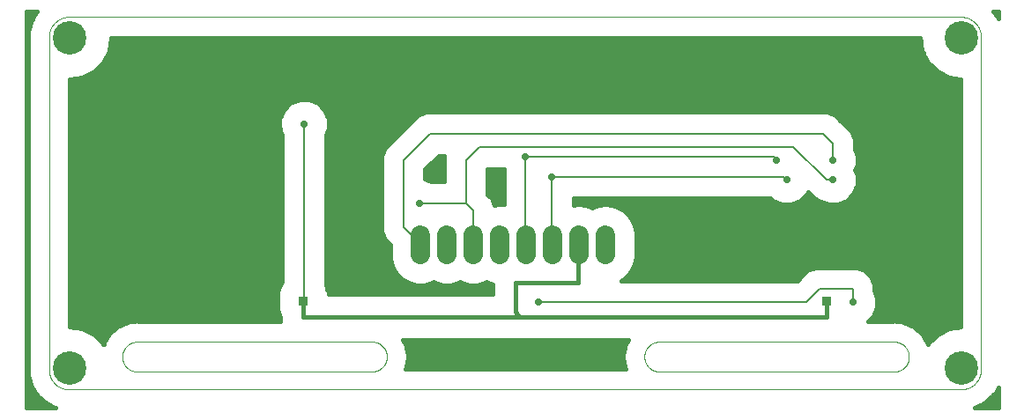
<source format=gtl>
G75*
%MOIN*%
%OFA0B0*%
%FSLAX25Y25*%
%IPPOS*%
%LPD*%
%AMOC8*
5,1,8,0,0,1.08239X$1,22.5*
%
%ADD10C,0.00000*%
%ADD11C,0.12661*%
%ADD12C,0.07400*%
%ADD13R,0.03762X0.03762*%
%ADD14C,0.01600*%
%ADD15C,0.02800*%
%ADD16C,0.00800*%
D10*
X0025300Y0008800D02*
X0362800Y0008800D01*
X0362981Y0008802D01*
X0363162Y0008809D01*
X0363343Y0008820D01*
X0363524Y0008835D01*
X0363704Y0008855D01*
X0363884Y0008879D01*
X0364063Y0008907D01*
X0364241Y0008940D01*
X0364418Y0008977D01*
X0364595Y0009018D01*
X0364770Y0009063D01*
X0364945Y0009113D01*
X0365118Y0009167D01*
X0365289Y0009225D01*
X0365460Y0009287D01*
X0365628Y0009354D01*
X0365795Y0009424D01*
X0365961Y0009498D01*
X0366124Y0009577D01*
X0366285Y0009659D01*
X0366445Y0009745D01*
X0366602Y0009835D01*
X0366757Y0009929D01*
X0366910Y0010026D01*
X0367060Y0010128D01*
X0367208Y0010232D01*
X0367354Y0010341D01*
X0367496Y0010452D01*
X0367636Y0010568D01*
X0367773Y0010686D01*
X0367908Y0010808D01*
X0368039Y0010933D01*
X0368167Y0011061D01*
X0368292Y0011192D01*
X0368414Y0011327D01*
X0368532Y0011464D01*
X0368648Y0011604D01*
X0368759Y0011746D01*
X0368868Y0011892D01*
X0368972Y0012040D01*
X0369074Y0012190D01*
X0369171Y0012343D01*
X0369265Y0012498D01*
X0369355Y0012655D01*
X0369441Y0012815D01*
X0369523Y0012976D01*
X0369602Y0013139D01*
X0369676Y0013305D01*
X0369746Y0013472D01*
X0369813Y0013640D01*
X0369875Y0013811D01*
X0369933Y0013982D01*
X0369987Y0014155D01*
X0370037Y0014330D01*
X0370082Y0014505D01*
X0370123Y0014682D01*
X0370160Y0014859D01*
X0370193Y0015037D01*
X0370221Y0015216D01*
X0370245Y0015396D01*
X0370265Y0015576D01*
X0370280Y0015757D01*
X0370291Y0015938D01*
X0370298Y0016119D01*
X0370300Y0016300D01*
X0370300Y0142300D01*
X0370298Y0142481D01*
X0370291Y0142662D01*
X0370280Y0142843D01*
X0370265Y0143024D01*
X0370245Y0143204D01*
X0370221Y0143384D01*
X0370193Y0143563D01*
X0370160Y0143741D01*
X0370123Y0143918D01*
X0370082Y0144095D01*
X0370037Y0144270D01*
X0369987Y0144445D01*
X0369933Y0144618D01*
X0369875Y0144789D01*
X0369813Y0144960D01*
X0369746Y0145128D01*
X0369676Y0145295D01*
X0369602Y0145461D01*
X0369523Y0145624D01*
X0369441Y0145785D01*
X0369355Y0145945D01*
X0369265Y0146102D01*
X0369171Y0146257D01*
X0369074Y0146410D01*
X0368972Y0146560D01*
X0368868Y0146708D01*
X0368759Y0146854D01*
X0368648Y0146996D01*
X0368532Y0147136D01*
X0368414Y0147273D01*
X0368292Y0147408D01*
X0368167Y0147539D01*
X0368039Y0147667D01*
X0367908Y0147792D01*
X0367773Y0147914D01*
X0367636Y0148032D01*
X0367496Y0148148D01*
X0367354Y0148259D01*
X0367208Y0148368D01*
X0367060Y0148472D01*
X0366910Y0148574D01*
X0366757Y0148671D01*
X0366602Y0148765D01*
X0366445Y0148855D01*
X0366285Y0148941D01*
X0366124Y0149023D01*
X0365961Y0149102D01*
X0365795Y0149176D01*
X0365628Y0149246D01*
X0365460Y0149313D01*
X0365289Y0149375D01*
X0365118Y0149433D01*
X0364945Y0149487D01*
X0364770Y0149537D01*
X0364595Y0149582D01*
X0364418Y0149623D01*
X0364241Y0149660D01*
X0364063Y0149693D01*
X0363884Y0149721D01*
X0363704Y0149745D01*
X0363524Y0149765D01*
X0363343Y0149780D01*
X0363162Y0149791D01*
X0362981Y0149798D01*
X0362800Y0149800D01*
X0025300Y0149800D01*
X0025119Y0149798D01*
X0024938Y0149791D01*
X0024757Y0149780D01*
X0024576Y0149765D01*
X0024396Y0149745D01*
X0024216Y0149721D01*
X0024037Y0149693D01*
X0023859Y0149660D01*
X0023682Y0149623D01*
X0023505Y0149582D01*
X0023330Y0149537D01*
X0023155Y0149487D01*
X0022982Y0149433D01*
X0022811Y0149375D01*
X0022640Y0149313D01*
X0022472Y0149246D01*
X0022305Y0149176D01*
X0022139Y0149102D01*
X0021976Y0149023D01*
X0021815Y0148941D01*
X0021655Y0148855D01*
X0021498Y0148765D01*
X0021343Y0148671D01*
X0021190Y0148574D01*
X0021040Y0148472D01*
X0020892Y0148368D01*
X0020746Y0148259D01*
X0020604Y0148148D01*
X0020464Y0148032D01*
X0020327Y0147914D01*
X0020192Y0147792D01*
X0020061Y0147667D01*
X0019933Y0147539D01*
X0019808Y0147408D01*
X0019686Y0147273D01*
X0019568Y0147136D01*
X0019452Y0146996D01*
X0019341Y0146854D01*
X0019232Y0146708D01*
X0019128Y0146560D01*
X0019026Y0146410D01*
X0018929Y0146257D01*
X0018835Y0146102D01*
X0018745Y0145945D01*
X0018659Y0145785D01*
X0018577Y0145624D01*
X0018498Y0145461D01*
X0018424Y0145295D01*
X0018354Y0145128D01*
X0018287Y0144960D01*
X0018225Y0144789D01*
X0018167Y0144618D01*
X0018113Y0144445D01*
X0018063Y0144270D01*
X0018018Y0144095D01*
X0017977Y0143918D01*
X0017940Y0143741D01*
X0017907Y0143563D01*
X0017879Y0143384D01*
X0017855Y0143204D01*
X0017835Y0143024D01*
X0017820Y0142843D01*
X0017809Y0142662D01*
X0017802Y0142481D01*
X0017800Y0142300D01*
X0017800Y0016300D01*
X0017802Y0016119D01*
X0017809Y0015938D01*
X0017820Y0015757D01*
X0017835Y0015576D01*
X0017855Y0015396D01*
X0017879Y0015216D01*
X0017907Y0015037D01*
X0017940Y0014859D01*
X0017977Y0014682D01*
X0018018Y0014505D01*
X0018063Y0014330D01*
X0018113Y0014155D01*
X0018167Y0013982D01*
X0018225Y0013811D01*
X0018287Y0013640D01*
X0018354Y0013472D01*
X0018424Y0013305D01*
X0018498Y0013139D01*
X0018577Y0012976D01*
X0018659Y0012815D01*
X0018745Y0012655D01*
X0018835Y0012498D01*
X0018929Y0012343D01*
X0019026Y0012190D01*
X0019128Y0012040D01*
X0019232Y0011892D01*
X0019341Y0011746D01*
X0019452Y0011604D01*
X0019568Y0011464D01*
X0019686Y0011327D01*
X0019808Y0011192D01*
X0019933Y0011061D01*
X0020061Y0010933D01*
X0020192Y0010808D01*
X0020327Y0010686D01*
X0020464Y0010568D01*
X0020604Y0010452D01*
X0020746Y0010341D01*
X0020892Y0010232D01*
X0021040Y0010128D01*
X0021190Y0010026D01*
X0021343Y0009929D01*
X0021498Y0009835D01*
X0021655Y0009745D01*
X0021815Y0009659D01*
X0021976Y0009577D01*
X0022139Y0009498D01*
X0022305Y0009424D01*
X0022472Y0009354D01*
X0022640Y0009287D01*
X0022811Y0009225D01*
X0022982Y0009167D01*
X0023155Y0009113D01*
X0023330Y0009063D01*
X0023505Y0009018D01*
X0023682Y0008977D01*
X0023859Y0008940D01*
X0024037Y0008907D01*
X0024216Y0008879D01*
X0024396Y0008855D01*
X0024576Y0008835D01*
X0024757Y0008820D01*
X0024938Y0008809D01*
X0025119Y0008802D01*
X0025300Y0008800D01*
X0050550Y0015550D02*
X0140550Y0015550D01*
X0140698Y0015568D01*
X0140845Y0015590D01*
X0140992Y0015616D01*
X0141137Y0015646D01*
X0141282Y0015680D01*
X0141427Y0015718D01*
X0141570Y0015759D01*
X0141712Y0015804D01*
X0141852Y0015853D01*
X0141991Y0015906D01*
X0142129Y0015962D01*
X0142266Y0016022D01*
X0142401Y0016085D01*
X0142534Y0016152D01*
X0142665Y0016222D01*
X0142794Y0016296D01*
X0142921Y0016373D01*
X0143047Y0016454D01*
X0143170Y0016537D01*
X0143291Y0016624D01*
X0143409Y0016715D01*
X0143525Y0016808D01*
X0143639Y0016904D01*
X0143750Y0017003D01*
X0143859Y0017105D01*
X0143964Y0017210D01*
X0144067Y0017318D01*
X0144167Y0017428D01*
X0144264Y0017541D01*
X0144358Y0017656D01*
X0144449Y0017774D01*
X0144537Y0017894D01*
X0144622Y0018017D01*
X0144703Y0018141D01*
X0144782Y0018268D01*
X0144856Y0018397D01*
X0144928Y0018528D01*
X0144996Y0018660D01*
X0145060Y0018794D01*
X0145121Y0018930D01*
X0145178Y0019068D01*
X0145232Y0019207D01*
X0145282Y0019347D01*
X0145328Y0019489D01*
X0145370Y0019631D01*
X0145409Y0019775D01*
X0145444Y0019920D01*
X0145475Y0020065D01*
X0145502Y0020212D01*
X0145526Y0020359D01*
X0145545Y0020506D01*
X0145561Y0020655D01*
X0145573Y0020803D01*
X0145581Y0020952D01*
X0145585Y0021101D01*
X0145585Y0021249D01*
X0145581Y0021398D01*
X0145573Y0021547D01*
X0145561Y0021695D01*
X0145545Y0021844D01*
X0145526Y0021991D01*
X0145502Y0022138D01*
X0145475Y0022285D01*
X0145444Y0022430D01*
X0145409Y0022575D01*
X0145370Y0022719D01*
X0145328Y0022861D01*
X0145282Y0023003D01*
X0145232Y0023143D01*
X0145178Y0023282D01*
X0145121Y0023420D01*
X0145060Y0023556D01*
X0144996Y0023690D01*
X0144928Y0023822D01*
X0144856Y0023953D01*
X0144782Y0024082D01*
X0144703Y0024209D01*
X0144622Y0024333D01*
X0144537Y0024456D01*
X0144449Y0024576D01*
X0144358Y0024694D01*
X0144264Y0024809D01*
X0144167Y0024922D01*
X0144067Y0025032D01*
X0143964Y0025140D01*
X0143859Y0025245D01*
X0143750Y0025347D01*
X0143639Y0025446D01*
X0143525Y0025542D01*
X0143409Y0025635D01*
X0143291Y0025726D01*
X0143170Y0025813D01*
X0143047Y0025896D01*
X0142921Y0025977D01*
X0142794Y0026054D01*
X0142665Y0026128D01*
X0142534Y0026198D01*
X0142401Y0026265D01*
X0142266Y0026328D01*
X0142129Y0026388D01*
X0141991Y0026444D01*
X0141852Y0026497D01*
X0141712Y0026546D01*
X0141570Y0026591D01*
X0141427Y0026632D01*
X0141282Y0026670D01*
X0141137Y0026704D01*
X0140992Y0026734D01*
X0140845Y0026760D01*
X0140698Y0026782D01*
X0140550Y0026800D01*
X0050550Y0026800D01*
X0050402Y0026782D01*
X0050255Y0026760D01*
X0050108Y0026734D01*
X0049963Y0026704D01*
X0049818Y0026670D01*
X0049673Y0026632D01*
X0049530Y0026591D01*
X0049388Y0026546D01*
X0049248Y0026497D01*
X0049109Y0026444D01*
X0048971Y0026388D01*
X0048834Y0026328D01*
X0048699Y0026265D01*
X0048566Y0026198D01*
X0048435Y0026128D01*
X0048306Y0026054D01*
X0048179Y0025977D01*
X0048053Y0025896D01*
X0047930Y0025813D01*
X0047809Y0025726D01*
X0047691Y0025635D01*
X0047575Y0025542D01*
X0047461Y0025446D01*
X0047350Y0025347D01*
X0047241Y0025245D01*
X0047136Y0025140D01*
X0047033Y0025032D01*
X0046933Y0024922D01*
X0046836Y0024809D01*
X0046742Y0024694D01*
X0046651Y0024576D01*
X0046563Y0024456D01*
X0046478Y0024333D01*
X0046397Y0024209D01*
X0046318Y0024082D01*
X0046244Y0023953D01*
X0046172Y0023822D01*
X0046104Y0023690D01*
X0046040Y0023556D01*
X0045979Y0023420D01*
X0045922Y0023282D01*
X0045868Y0023143D01*
X0045818Y0023003D01*
X0045772Y0022861D01*
X0045730Y0022719D01*
X0045691Y0022575D01*
X0045656Y0022430D01*
X0045625Y0022285D01*
X0045598Y0022138D01*
X0045574Y0021991D01*
X0045555Y0021844D01*
X0045539Y0021695D01*
X0045527Y0021547D01*
X0045519Y0021398D01*
X0045515Y0021249D01*
X0045515Y0021101D01*
X0045519Y0020952D01*
X0045527Y0020803D01*
X0045539Y0020655D01*
X0045555Y0020506D01*
X0045574Y0020359D01*
X0045598Y0020212D01*
X0045625Y0020065D01*
X0045656Y0019920D01*
X0045691Y0019775D01*
X0045730Y0019631D01*
X0045772Y0019489D01*
X0045818Y0019347D01*
X0045868Y0019207D01*
X0045922Y0019068D01*
X0045979Y0018930D01*
X0046040Y0018794D01*
X0046104Y0018660D01*
X0046172Y0018528D01*
X0046244Y0018397D01*
X0046318Y0018268D01*
X0046397Y0018141D01*
X0046478Y0018017D01*
X0046563Y0017894D01*
X0046651Y0017774D01*
X0046742Y0017656D01*
X0046836Y0017541D01*
X0046933Y0017428D01*
X0047033Y0017318D01*
X0047136Y0017210D01*
X0047241Y0017105D01*
X0047350Y0017003D01*
X0047461Y0016904D01*
X0047575Y0016808D01*
X0047691Y0016715D01*
X0047809Y0016624D01*
X0047930Y0016537D01*
X0048053Y0016454D01*
X0048179Y0016373D01*
X0048306Y0016296D01*
X0048435Y0016222D01*
X0048566Y0016152D01*
X0048699Y0016085D01*
X0048834Y0016022D01*
X0048971Y0015962D01*
X0049109Y0015906D01*
X0049248Y0015853D01*
X0049388Y0015804D01*
X0049530Y0015759D01*
X0049673Y0015718D01*
X0049818Y0015680D01*
X0049963Y0015646D01*
X0050108Y0015616D01*
X0050255Y0015590D01*
X0050402Y0015568D01*
X0050550Y0015550D01*
X0248050Y0015550D02*
X0338050Y0015550D01*
X0338198Y0015568D01*
X0338345Y0015590D01*
X0338492Y0015616D01*
X0338637Y0015646D01*
X0338782Y0015680D01*
X0338927Y0015718D01*
X0339070Y0015759D01*
X0339212Y0015804D01*
X0339352Y0015853D01*
X0339491Y0015906D01*
X0339629Y0015962D01*
X0339766Y0016022D01*
X0339901Y0016085D01*
X0340034Y0016152D01*
X0340165Y0016222D01*
X0340294Y0016296D01*
X0340421Y0016373D01*
X0340547Y0016454D01*
X0340670Y0016537D01*
X0340791Y0016624D01*
X0340909Y0016715D01*
X0341025Y0016808D01*
X0341139Y0016904D01*
X0341250Y0017003D01*
X0341359Y0017105D01*
X0341464Y0017210D01*
X0341567Y0017318D01*
X0341667Y0017428D01*
X0341764Y0017541D01*
X0341858Y0017656D01*
X0341949Y0017774D01*
X0342037Y0017894D01*
X0342122Y0018017D01*
X0342203Y0018141D01*
X0342282Y0018268D01*
X0342356Y0018397D01*
X0342428Y0018528D01*
X0342496Y0018660D01*
X0342560Y0018794D01*
X0342621Y0018930D01*
X0342678Y0019068D01*
X0342732Y0019207D01*
X0342782Y0019347D01*
X0342828Y0019489D01*
X0342870Y0019631D01*
X0342909Y0019775D01*
X0342944Y0019920D01*
X0342975Y0020065D01*
X0343002Y0020212D01*
X0343026Y0020359D01*
X0343045Y0020506D01*
X0343061Y0020655D01*
X0343073Y0020803D01*
X0343081Y0020952D01*
X0343085Y0021101D01*
X0343085Y0021249D01*
X0343081Y0021398D01*
X0343073Y0021547D01*
X0343061Y0021695D01*
X0343045Y0021844D01*
X0343026Y0021991D01*
X0343002Y0022138D01*
X0342975Y0022285D01*
X0342944Y0022430D01*
X0342909Y0022575D01*
X0342870Y0022719D01*
X0342828Y0022861D01*
X0342782Y0023003D01*
X0342732Y0023143D01*
X0342678Y0023282D01*
X0342621Y0023420D01*
X0342560Y0023556D01*
X0342496Y0023690D01*
X0342428Y0023822D01*
X0342356Y0023953D01*
X0342282Y0024082D01*
X0342203Y0024209D01*
X0342122Y0024333D01*
X0342037Y0024456D01*
X0341949Y0024576D01*
X0341858Y0024694D01*
X0341764Y0024809D01*
X0341667Y0024922D01*
X0341567Y0025032D01*
X0341464Y0025140D01*
X0341359Y0025245D01*
X0341250Y0025347D01*
X0341139Y0025446D01*
X0341025Y0025542D01*
X0340909Y0025635D01*
X0340791Y0025726D01*
X0340670Y0025813D01*
X0340547Y0025896D01*
X0340421Y0025977D01*
X0340294Y0026054D01*
X0340165Y0026128D01*
X0340034Y0026198D01*
X0339901Y0026265D01*
X0339766Y0026328D01*
X0339629Y0026388D01*
X0339491Y0026444D01*
X0339352Y0026497D01*
X0339212Y0026546D01*
X0339070Y0026591D01*
X0338927Y0026632D01*
X0338782Y0026670D01*
X0338637Y0026704D01*
X0338492Y0026734D01*
X0338345Y0026760D01*
X0338198Y0026782D01*
X0338050Y0026800D01*
X0248050Y0026800D01*
X0247902Y0026782D01*
X0247755Y0026760D01*
X0247608Y0026734D01*
X0247463Y0026704D01*
X0247318Y0026670D01*
X0247173Y0026632D01*
X0247030Y0026591D01*
X0246888Y0026546D01*
X0246748Y0026497D01*
X0246609Y0026444D01*
X0246471Y0026388D01*
X0246334Y0026328D01*
X0246199Y0026265D01*
X0246066Y0026198D01*
X0245935Y0026128D01*
X0245806Y0026054D01*
X0245679Y0025977D01*
X0245553Y0025896D01*
X0245430Y0025813D01*
X0245309Y0025726D01*
X0245191Y0025635D01*
X0245075Y0025542D01*
X0244961Y0025446D01*
X0244850Y0025347D01*
X0244741Y0025245D01*
X0244636Y0025140D01*
X0244533Y0025032D01*
X0244433Y0024922D01*
X0244336Y0024809D01*
X0244242Y0024694D01*
X0244151Y0024576D01*
X0244063Y0024456D01*
X0243978Y0024333D01*
X0243897Y0024209D01*
X0243818Y0024082D01*
X0243744Y0023953D01*
X0243672Y0023822D01*
X0243604Y0023690D01*
X0243540Y0023556D01*
X0243479Y0023420D01*
X0243422Y0023282D01*
X0243368Y0023143D01*
X0243318Y0023003D01*
X0243272Y0022861D01*
X0243230Y0022719D01*
X0243191Y0022575D01*
X0243156Y0022430D01*
X0243125Y0022285D01*
X0243098Y0022138D01*
X0243074Y0021991D01*
X0243055Y0021844D01*
X0243039Y0021695D01*
X0243027Y0021547D01*
X0243019Y0021398D01*
X0243015Y0021249D01*
X0243015Y0021101D01*
X0243019Y0020952D01*
X0243027Y0020803D01*
X0243039Y0020655D01*
X0243055Y0020506D01*
X0243074Y0020359D01*
X0243098Y0020212D01*
X0243125Y0020065D01*
X0243156Y0019920D01*
X0243191Y0019775D01*
X0243230Y0019631D01*
X0243272Y0019489D01*
X0243318Y0019347D01*
X0243368Y0019207D01*
X0243422Y0019068D01*
X0243479Y0018930D01*
X0243540Y0018794D01*
X0243604Y0018660D01*
X0243672Y0018528D01*
X0243744Y0018397D01*
X0243818Y0018268D01*
X0243897Y0018141D01*
X0243978Y0018017D01*
X0244063Y0017894D01*
X0244151Y0017774D01*
X0244242Y0017656D01*
X0244336Y0017541D01*
X0244433Y0017428D01*
X0244533Y0017318D01*
X0244636Y0017210D01*
X0244741Y0017105D01*
X0244850Y0017003D01*
X0244961Y0016904D01*
X0245075Y0016808D01*
X0245191Y0016715D01*
X0245309Y0016624D01*
X0245430Y0016537D01*
X0245553Y0016454D01*
X0245679Y0016373D01*
X0245806Y0016296D01*
X0245935Y0016222D01*
X0246066Y0016152D01*
X0246199Y0016085D01*
X0246334Y0016022D01*
X0246471Y0015962D01*
X0246609Y0015906D01*
X0246748Y0015853D01*
X0246888Y0015804D01*
X0247030Y0015759D01*
X0247173Y0015718D01*
X0247318Y0015680D01*
X0247463Y0015646D01*
X0247608Y0015616D01*
X0247755Y0015590D01*
X0247902Y0015568D01*
X0248050Y0015550D01*
D11*
X0363050Y0016800D03*
X0363050Y0141800D03*
X0025550Y0141800D03*
X0025550Y0016800D03*
D12*
X0158300Y0059850D02*
X0158300Y0067250D01*
X0168300Y0067250D02*
X0168300Y0059850D01*
X0178300Y0059850D02*
X0178300Y0067250D01*
X0188300Y0067250D02*
X0188300Y0059850D01*
X0198300Y0059850D02*
X0198300Y0067250D01*
X0208300Y0067250D02*
X0208300Y0059850D01*
X0218300Y0059850D02*
X0218300Y0067250D01*
X0228300Y0067250D02*
X0228300Y0059850D01*
D13*
X0311800Y0042300D03*
X0113800Y0042300D03*
D14*
X0009300Y0001800D02*
X0009300Y0151800D01*
X0013163Y0151800D01*
X0013057Y0151694D01*
X0011043Y0148206D01*
X0011043Y0148206D01*
X0010680Y0146854D01*
X0010583Y0146663D01*
X0010517Y0146242D01*
X0010000Y0144314D01*
X0010000Y0142981D01*
X0009813Y0141800D01*
X0010000Y0140619D01*
X0010000Y0017981D01*
X0009813Y0016800D01*
X0010000Y0015619D01*
X0010000Y0014748D01*
X0010000Y0014286D01*
X0010517Y0012358D01*
X0010583Y0011937D01*
X0010680Y0011746D01*
X0011043Y0010394D01*
X0013057Y0006906D01*
X0013057Y0006906D01*
X0015906Y0004057D01*
X0019394Y0002043D01*
X0019394Y0002043D01*
X0020300Y0001800D01*
X0009300Y0001800D01*
X0009300Y0001948D02*
X0019746Y0001948D01*
X0016789Y0003547D02*
X0009300Y0003547D01*
X0009300Y0005145D02*
X0014817Y0005145D01*
X0015906Y0004057D02*
X0015906Y0004057D01*
X0015906Y0004057D01*
X0013219Y0006744D02*
X0009300Y0006744D01*
X0009300Y0008342D02*
X0012227Y0008342D01*
X0011304Y0009941D02*
X0009300Y0009941D01*
X0009300Y0011539D02*
X0010736Y0011539D01*
X0010308Y0013138D02*
X0009300Y0013138D01*
X0009300Y0014737D02*
X0010000Y0014737D01*
X0009887Y0016335D02*
X0009300Y0016335D01*
X0009300Y0017934D02*
X0009993Y0017934D01*
X0010000Y0019532D02*
X0009300Y0019532D01*
X0009300Y0021131D02*
X0010000Y0021131D01*
X0010000Y0022729D02*
X0009300Y0022729D01*
X0009300Y0024328D02*
X0010000Y0024328D01*
X0010000Y0025926D02*
X0009300Y0025926D01*
X0009300Y0027525D02*
X0010000Y0027525D01*
X0010000Y0029123D02*
X0009300Y0029123D01*
X0009300Y0030722D02*
X0010000Y0030722D01*
X0010000Y0032320D02*
X0009300Y0032320D01*
X0009300Y0033919D02*
X0010000Y0033919D01*
X0010000Y0035517D02*
X0009300Y0035517D01*
X0009300Y0037116D02*
X0010000Y0037116D01*
X0010000Y0038714D02*
X0009300Y0038714D01*
X0009300Y0040313D02*
X0010000Y0040313D01*
X0010000Y0041911D02*
X0009300Y0041911D01*
X0009300Y0043510D02*
X0010000Y0043510D01*
X0010000Y0045108D02*
X0009300Y0045108D01*
X0009300Y0046707D02*
X0010000Y0046707D01*
X0010000Y0048305D02*
X0009300Y0048305D01*
X0009300Y0049904D02*
X0010000Y0049904D01*
X0010000Y0051502D02*
X0009300Y0051502D01*
X0009300Y0053101D02*
X0010000Y0053101D01*
X0010000Y0054699D02*
X0009300Y0054699D01*
X0009300Y0056298D02*
X0010000Y0056298D01*
X0010000Y0057896D02*
X0009300Y0057896D01*
X0009300Y0059495D02*
X0010000Y0059495D01*
X0010000Y0061093D02*
X0009300Y0061093D01*
X0009300Y0062692D02*
X0010000Y0062692D01*
X0010000Y0064290D02*
X0009300Y0064290D01*
X0009300Y0065889D02*
X0010000Y0065889D01*
X0010000Y0067487D02*
X0009300Y0067487D01*
X0009300Y0069086D02*
X0010000Y0069086D01*
X0010000Y0070684D02*
X0009300Y0070684D01*
X0009300Y0072283D02*
X0010000Y0072283D01*
X0010000Y0073881D02*
X0009300Y0073881D01*
X0009300Y0075480D02*
X0010000Y0075480D01*
X0010000Y0077078D02*
X0009300Y0077078D01*
X0009300Y0078677D02*
X0010000Y0078677D01*
X0010000Y0080275D02*
X0009300Y0080275D01*
X0009300Y0081874D02*
X0010000Y0081874D01*
X0010000Y0083472D02*
X0009300Y0083472D01*
X0009300Y0085071D02*
X0010000Y0085071D01*
X0010000Y0086670D02*
X0009300Y0086670D01*
X0009300Y0088268D02*
X0010000Y0088268D01*
X0010000Y0089867D02*
X0009300Y0089867D01*
X0009300Y0091465D02*
X0010000Y0091465D01*
X0010000Y0093064D02*
X0009300Y0093064D01*
X0009300Y0094662D02*
X0010000Y0094662D01*
X0010000Y0096261D02*
X0009300Y0096261D01*
X0009300Y0097859D02*
X0010000Y0097859D01*
X0010000Y0099458D02*
X0009300Y0099458D01*
X0009300Y0101056D02*
X0010000Y0101056D01*
X0010000Y0102655D02*
X0009300Y0102655D01*
X0009300Y0104253D02*
X0010000Y0104253D01*
X0010000Y0105852D02*
X0009300Y0105852D01*
X0009300Y0107450D02*
X0010000Y0107450D01*
X0010000Y0109049D02*
X0009300Y0109049D01*
X0009300Y0110647D02*
X0010000Y0110647D01*
X0010000Y0112246D02*
X0009300Y0112246D01*
X0009300Y0113844D02*
X0010000Y0113844D01*
X0010000Y0115443D02*
X0009300Y0115443D01*
X0009300Y0117041D02*
X0010000Y0117041D01*
X0010000Y0118640D02*
X0009300Y0118640D01*
X0009300Y0120238D02*
X0010000Y0120238D01*
X0010000Y0121837D02*
X0009300Y0121837D01*
X0009300Y0123435D02*
X0010000Y0123435D01*
X0010000Y0125034D02*
X0009300Y0125034D01*
X0009300Y0126632D02*
X0010000Y0126632D01*
X0010000Y0128231D02*
X0009300Y0128231D01*
X0009300Y0129829D02*
X0010000Y0129829D01*
X0010000Y0131428D02*
X0009300Y0131428D01*
X0009300Y0133026D02*
X0010000Y0133026D01*
X0010000Y0134625D02*
X0009300Y0134625D01*
X0009300Y0136223D02*
X0010000Y0136223D01*
X0010000Y0137822D02*
X0009300Y0137822D01*
X0009300Y0139420D02*
X0010000Y0139420D01*
X0009937Y0141019D02*
X0009300Y0141019D01*
X0009300Y0142617D02*
X0009942Y0142617D01*
X0010000Y0144216D02*
X0009300Y0144216D01*
X0009300Y0145814D02*
X0010402Y0145814D01*
X0010830Y0147413D02*
X0009300Y0147413D01*
X0009300Y0149011D02*
X0011508Y0149011D01*
X0012431Y0150610D02*
X0009300Y0150610D01*
X0013057Y0151694D02*
X0013057Y0151694D01*
X0041255Y0142000D02*
X0347345Y0142000D01*
X0347313Y0141800D01*
X0348083Y0136937D01*
X0350318Y0132550D01*
X0353800Y0129068D01*
X0358187Y0126833D01*
X0362500Y0126150D01*
X0362500Y0032450D01*
X0358187Y0031767D01*
X0353800Y0029531D01*
X0350318Y0026050D01*
X0350198Y0025814D01*
X0348291Y0029418D01*
X0345096Y0032452D01*
X0341101Y0034309D01*
X0340012Y0034430D01*
X0339602Y0034600D01*
X0338482Y0034600D01*
X0337369Y0034724D01*
X0336943Y0034600D01*
X0327611Y0034600D01*
X0329599Y0036589D01*
X0331000Y0039970D01*
X0331000Y0043630D01*
X0330000Y0046044D01*
X0330000Y0048431D01*
X0328752Y0051445D01*
X0326445Y0053752D01*
X0323431Y0055000D01*
X0307669Y0055000D01*
X0304655Y0053752D01*
X0302348Y0051445D01*
X0300903Y0050000D01*
X0234239Y0050000D01*
X0235361Y0050648D01*
X0237502Y0052789D01*
X0239016Y0055411D01*
X0239800Y0058336D01*
X0239800Y0068764D01*
X0239016Y0071689D01*
X0237502Y0074311D01*
X0235361Y0076452D01*
X0232739Y0077966D01*
X0229814Y0078750D01*
X0226786Y0078750D01*
X0223861Y0077966D01*
X0223300Y0077642D01*
X0222739Y0077966D01*
X0219814Y0078750D01*
X0216786Y0078750D01*
X0216250Y0078606D01*
X0216250Y0081100D01*
X0290739Y0081100D01*
X0291589Y0080251D01*
X0294970Y0078850D01*
X0298630Y0078850D01*
X0302011Y0080251D01*
X0304599Y0082839D01*
X0304838Y0083415D01*
X0307155Y0081098D01*
X0309009Y0080331D01*
X0309089Y0080251D01*
X0312470Y0078850D01*
X0316130Y0078850D01*
X0319511Y0080251D01*
X0322099Y0082839D01*
X0323500Y0086220D01*
X0323500Y0089880D01*
X0322705Y0091800D01*
X0323500Y0093720D01*
X0323500Y0097380D01*
X0322500Y0099794D01*
X0322500Y0103431D01*
X0321252Y0106445D01*
X0317502Y0110195D01*
X0315195Y0112502D01*
X0312181Y0113750D01*
X0160169Y0113750D01*
X0157155Y0112502D01*
X0147155Y0102502D01*
X0144848Y0100195D01*
X0143600Y0097181D01*
X0143600Y0068419D01*
X0144848Y0065405D01*
X0146800Y0063453D01*
X0146800Y0058336D01*
X0147584Y0055411D01*
X0149098Y0052789D01*
X0151239Y0050648D01*
X0153861Y0049134D01*
X0156786Y0048350D01*
X0159814Y0048350D01*
X0162739Y0049134D01*
X0163300Y0049458D01*
X0163861Y0049134D01*
X0166786Y0048350D01*
X0169814Y0048350D01*
X0172739Y0049134D01*
X0173300Y0049458D01*
X0173861Y0049134D01*
X0176786Y0048350D01*
X0179814Y0048350D01*
X0182739Y0049134D01*
X0183300Y0049458D01*
X0183861Y0049134D01*
X0185700Y0048641D01*
X0185700Y0044900D01*
X0123481Y0044900D01*
X0123481Y0045733D01*
X0122500Y0048101D01*
X0122500Y0105056D01*
X0123500Y0107470D01*
X0123500Y0111130D01*
X0122099Y0114511D01*
X0119511Y0117099D01*
X0116130Y0118500D01*
X0112470Y0118500D01*
X0109089Y0117099D01*
X0106501Y0114511D01*
X0105100Y0111130D01*
X0105100Y0107470D01*
X0106100Y0105056D01*
X0106100Y0049393D01*
X0105306Y0048599D01*
X0104119Y0045733D01*
X0104119Y0038867D01*
X0105200Y0036257D01*
X0105200Y0034600D01*
X0051657Y0034600D01*
X0051231Y0034724D01*
X0050118Y0034600D01*
X0048998Y0034600D01*
X0048588Y0034430D01*
X0047499Y0034309D01*
X0043504Y0032452D01*
X0040309Y0029418D01*
X0040309Y0029418D01*
X0038402Y0025814D01*
X0038281Y0026050D01*
X0034800Y0029531D01*
X0030413Y0031767D01*
X0025600Y0032529D01*
X0025600Y0126071D01*
X0030413Y0126833D01*
X0034800Y0129068D01*
X0038281Y0132550D01*
X0040517Y0136937D01*
X0041287Y0141800D01*
X0041255Y0142000D01*
X0041163Y0141019D02*
X0347437Y0141019D01*
X0347690Y0139420D02*
X0040910Y0139420D01*
X0040657Y0137822D02*
X0347943Y0137822D01*
X0348447Y0136223D02*
X0040153Y0136223D01*
X0039339Y0134625D02*
X0349261Y0134625D01*
X0350076Y0133026D02*
X0038524Y0133026D01*
X0037159Y0131428D02*
X0351441Y0131428D01*
X0353039Y0129829D02*
X0035561Y0129829D01*
X0033156Y0128231D02*
X0355444Y0128231D01*
X0359456Y0126632D02*
X0029144Y0126632D01*
X0025600Y0125034D02*
X0362500Y0125034D01*
X0362500Y0123435D02*
X0025600Y0123435D01*
X0025600Y0121837D02*
X0362500Y0121837D01*
X0362500Y0120238D02*
X0025600Y0120238D01*
X0025600Y0118640D02*
X0362500Y0118640D01*
X0362500Y0117041D02*
X0119570Y0117041D01*
X0121168Y0115443D02*
X0362500Y0115443D01*
X0362500Y0113844D02*
X0122376Y0113844D01*
X0123038Y0112246D02*
X0156899Y0112246D01*
X0155301Y0110647D02*
X0123500Y0110647D01*
X0123500Y0109049D02*
X0153702Y0109049D01*
X0152104Y0107450D02*
X0123492Y0107450D01*
X0122830Y0105852D02*
X0150505Y0105852D01*
X0148907Y0104253D02*
X0122500Y0104253D01*
X0122500Y0102655D02*
X0147308Y0102655D01*
X0145710Y0101056D02*
X0122500Y0101056D01*
X0122500Y0099458D02*
X0144543Y0099458D01*
X0143881Y0097859D02*
X0122500Y0097859D01*
X0122500Y0096261D02*
X0143600Y0096261D01*
X0143600Y0094662D02*
X0122500Y0094662D01*
X0122500Y0093064D02*
X0143600Y0093064D01*
X0143600Y0091465D02*
X0122500Y0091465D01*
X0122500Y0089867D02*
X0143600Y0089867D01*
X0143600Y0088268D02*
X0122500Y0088268D01*
X0122500Y0086670D02*
X0143600Y0086670D01*
X0143600Y0085071D02*
X0122500Y0085071D01*
X0122500Y0083472D02*
X0143600Y0083472D01*
X0143600Y0081874D02*
X0122500Y0081874D01*
X0122500Y0080275D02*
X0143600Y0080275D01*
X0143600Y0078677D02*
X0122500Y0078677D01*
X0122500Y0077078D02*
X0143600Y0077078D01*
X0143600Y0075480D02*
X0122500Y0075480D01*
X0122500Y0073881D02*
X0143600Y0073881D01*
X0143600Y0072283D02*
X0122500Y0072283D01*
X0122500Y0070684D02*
X0143600Y0070684D01*
X0143600Y0069086D02*
X0122500Y0069086D01*
X0122500Y0067487D02*
X0143986Y0067487D01*
X0144648Y0065889D02*
X0122500Y0065889D01*
X0122500Y0064290D02*
X0145963Y0064290D01*
X0146800Y0062692D02*
X0122500Y0062692D01*
X0122500Y0061093D02*
X0146800Y0061093D01*
X0146800Y0059495D02*
X0122500Y0059495D01*
X0122500Y0057896D02*
X0146918Y0057896D01*
X0147346Y0056298D02*
X0122500Y0056298D01*
X0122500Y0054699D02*
X0147995Y0054699D01*
X0148918Y0053101D02*
X0122500Y0053101D01*
X0122500Y0051502D02*
X0150384Y0051502D01*
X0152527Y0049904D02*
X0122500Y0049904D01*
X0122500Y0048305D02*
X0185700Y0048305D01*
X0185700Y0046707D02*
X0123078Y0046707D01*
X0123481Y0045108D02*
X0185700Y0045108D01*
X0194300Y0049300D02*
X0194300Y0038050D01*
X0195550Y0036300D01*
X0311800Y0036300D01*
X0311800Y0042300D01*
X0328528Y0035517D02*
X0362500Y0035517D01*
X0362500Y0033919D02*
X0341941Y0033919D01*
X0345096Y0032452D02*
X0345096Y0032452D01*
X0345235Y0032320D02*
X0361681Y0032320D01*
X0356136Y0030722D02*
X0346918Y0030722D01*
X0348447Y0029123D02*
X0353392Y0029123D01*
X0351793Y0027525D02*
X0349293Y0027525D01*
X0350139Y0025926D02*
X0350255Y0025926D01*
X0362500Y0037116D02*
X0329818Y0037116D01*
X0330480Y0038714D02*
X0362500Y0038714D01*
X0362500Y0040313D02*
X0331000Y0040313D01*
X0331000Y0041911D02*
X0362500Y0041911D01*
X0362500Y0043510D02*
X0331000Y0043510D01*
X0330388Y0045108D02*
X0362500Y0045108D01*
X0362500Y0046707D02*
X0330000Y0046707D01*
X0330000Y0048305D02*
X0362500Y0048305D01*
X0362500Y0049904D02*
X0329390Y0049904D01*
X0328694Y0051502D02*
X0362500Y0051502D01*
X0362500Y0053101D02*
X0327096Y0053101D01*
X0324157Y0054699D02*
X0362500Y0054699D01*
X0362500Y0056298D02*
X0239254Y0056298D01*
X0239682Y0057896D02*
X0362500Y0057896D01*
X0362500Y0059495D02*
X0239800Y0059495D01*
X0239800Y0061093D02*
X0362500Y0061093D01*
X0362500Y0062692D02*
X0239800Y0062692D01*
X0239800Y0064290D02*
X0362500Y0064290D01*
X0362500Y0065889D02*
X0239800Y0065889D01*
X0239800Y0067487D02*
X0362500Y0067487D01*
X0362500Y0069086D02*
X0239714Y0069086D01*
X0239285Y0070684D02*
X0362500Y0070684D01*
X0362500Y0072283D02*
X0238673Y0072283D01*
X0237750Y0073881D02*
X0362500Y0073881D01*
X0362500Y0075480D02*
X0236334Y0075480D01*
X0234277Y0077078D02*
X0362500Y0077078D01*
X0362500Y0078677D02*
X0230087Y0078677D01*
X0226513Y0078677D02*
X0220087Y0078677D01*
X0216513Y0078677D02*
X0216250Y0078677D01*
X0216250Y0080275D02*
X0291564Y0080275D01*
X0302036Y0080275D02*
X0309064Y0080275D01*
X0306379Y0081874D02*
X0303635Y0081874D01*
X0319536Y0080275D02*
X0362500Y0080275D01*
X0362500Y0081874D02*
X0321135Y0081874D01*
X0322362Y0083472D02*
X0362500Y0083472D01*
X0362500Y0085071D02*
X0323024Y0085071D01*
X0323500Y0086670D02*
X0362500Y0086670D01*
X0362500Y0088268D02*
X0323500Y0088268D01*
X0323500Y0089867D02*
X0362500Y0089867D01*
X0362500Y0091465D02*
X0322843Y0091465D01*
X0323228Y0093064D02*
X0362500Y0093064D01*
X0362500Y0094662D02*
X0323500Y0094662D01*
X0323500Y0096261D02*
X0362500Y0096261D01*
X0362500Y0097859D02*
X0323302Y0097859D01*
X0322639Y0099458D02*
X0362500Y0099458D01*
X0362500Y0101056D02*
X0322500Y0101056D01*
X0322500Y0102655D02*
X0362500Y0102655D01*
X0362500Y0104253D02*
X0322159Y0104253D01*
X0321497Y0105852D02*
X0362500Y0105852D01*
X0362500Y0107450D02*
X0320246Y0107450D01*
X0318648Y0109049D02*
X0362500Y0109049D01*
X0362500Y0110647D02*
X0317049Y0110647D01*
X0317502Y0110195D02*
X0317502Y0110195D01*
X0315451Y0112246D02*
X0362500Y0112246D01*
X0376800Y0149051D02*
X0375781Y0151050D01*
X0375031Y0151800D01*
X0376800Y0151800D01*
X0376800Y0149051D01*
X0376800Y0150610D02*
X0376006Y0150610D01*
X0189850Y0092350D02*
X0189850Y0078740D01*
X0189814Y0078750D01*
X0186786Y0078750D01*
X0186316Y0078624D01*
X0185252Y0081195D01*
X0183750Y0082697D01*
X0183750Y0092153D01*
X0183947Y0092350D01*
X0189850Y0092350D01*
X0189850Y0091465D02*
X0183750Y0091465D01*
X0183750Y0089867D02*
X0189850Y0089867D01*
X0189850Y0088268D02*
X0183750Y0088268D01*
X0183750Y0086670D02*
X0189850Y0086670D01*
X0189850Y0085071D02*
X0183750Y0085071D01*
X0183750Y0083472D02*
X0189850Y0083472D01*
X0189850Y0081874D02*
X0184573Y0081874D01*
X0185632Y0080275D02*
X0189850Y0080275D01*
X0186513Y0078677D02*
X0186295Y0078677D01*
X0167350Y0087500D02*
X0162294Y0087500D01*
X0160000Y0088450D01*
X0160000Y0092153D01*
X0165197Y0097350D01*
X0167420Y0097350D01*
X0167350Y0097181D01*
X0167350Y0087500D01*
X0167350Y0088268D02*
X0160440Y0088268D01*
X0160000Y0089867D02*
X0167350Y0089867D01*
X0167350Y0091465D02*
X0160000Y0091465D01*
X0160910Y0093064D02*
X0167350Y0093064D01*
X0167350Y0094662D02*
X0162509Y0094662D01*
X0164107Y0096261D02*
X0167350Y0096261D01*
X0109030Y0117041D02*
X0025600Y0117041D01*
X0025600Y0115443D02*
X0107432Y0115443D01*
X0106224Y0113844D02*
X0025600Y0113844D01*
X0025600Y0112246D02*
X0105562Y0112246D01*
X0105100Y0110647D02*
X0025600Y0110647D01*
X0025600Y0109049D02*
X0105100Y0109049D01*
X0105108Y0107450D02*
X0025600Y0107450D01*
X0025600Y0105852D02*
X0105770Y0105852D01*
X0106100Y0104253D02*
X0025600Y0104253D01*
X0025600Y0102655D02*
X0106100Y0102655D01*
X0106100Y0101056D02*
X0025600Y0101056D01*
X0025600Y0099458D02*
X0106100Y0099458D01*
X0106100Y0097859D02*
X0025600Y0097859D01*
X0025600Y0096261D02*
X0106100Y0096261D01*
X0106100Y0094662D02*
X0025600Y0094662D01*
X0025600Y0093064D02*
X0106100Y0093064D01*
X0106100Y0091465D02*
X0025600Y0091465D01*
X0025600Y0089867D02*
X0106100Y0089867D01*
X0106100Y0088268D02*
X0025600Y0088268D01*
X0025600Y0086670D02*
X0106100Y0086670D01*
X0106100Y0085071D02*
X0025600Y0085071D01*
X0025600Y0083472D02*
X0106100Y0083472D01*
X0106100Y0081874D02*
X0025600Y0081874D01*
X0025600Y0080275D02*
X0106100Y0080275D01*
X0106100Y0078677D02*
X0025600Y0078677D01*
X0025600Y0077078D02*
X0106100Y0077078D01*
X0106100Y0075480D02*
X0025600Y0075480D01*
X0025600Y0073881D02*
X0106100Y0073881D01*
X0106100Y0072283D02*
X0025600Y0072283D01*
X0025600Y0070684D02*
X0106100Y0070684D01*
X0106100Y0069086D02*
X0025600Y0069086D01*
X0025600Y0067487D02*
X0106100Y0067487D01*
X0106100Y0065889D02*
X0025600Y0065889D01*
X0025600Y0064290D02*
X0106100Y0064290D01*
X0106100Y0062692D02*
X0025600Y0062692D01*
X0025600Y0061093D02*
X0106100Y0061093D01*
X0106100Y0059495D02*
X0025600Y0059495D01*
X0025600Y0057896D02*
X0106100Y0057896D01*
X0106100Y0056298D02*
X0025600Y0056298D01*
X0025600Y0054699D02*
X0106100Y0054699D01*
X0106100Y0053101D02*
X0025600Y0053101D01*
X0025600Y0051502D02*
X0106100Y0051502D01*
X0106100Y0049904D02*
X0025600Y0049904D01*
X0025600Y0048305D02*
X0105185Y0048305D01*
X0104522Y0046707D02*
X0025600Y0046707D01*
X0025600Y0045108D02*
X0104119Y0045108D01*
X0104119Y0043510D02*
X0025600Y0043510D01*
X0025600Y0041911D02*
X0104119Y0041911D01*
X0104119Y0040313D02*
X0025600Y0040313D01*
X0025600Y0038714D02*
X0104182Y0038714D01*
X0104844Y0037116D02*
X0025600Y0037116D01*
X0025600Y0035517D02*
X0105200Y0035517D01*
X0113800Y0036300D02*
X0195550Y0036300D01*
X0194838Y0027700D02*
X0195824Y0027536D01*
X0196533Y0027700D01*
X0236900Y0027700D01*
X0235748Y0025523D01*
X0235036Y0021175D01*
X0235748Y0016827D01*
X0235748Y0016827D01*
X0235868Y0016600D01*
X0152732Y0016600D01*
X0152852Y0016827D01*
X0153564Y0021175D01*
X0152852Y0025523D01*
X0152852Y0025523D01*
X0151700Y0027700D01*
X0194838Y0027700D01*
X0235044Y0021131D02*
X0153556Y0021131D01*
X0153564Y0021175D02*
X0153564Y0021175D01*
X0153309Y0022729D02*
X0235291Y0022729D01*
X0235036Y0021175D02*
X0235036Y0021175D01*
X0235305Y0019532D02*
X0153295Y0019532D01*
X0153033Y0017934D02*
X0235567Y0017934D01*
X0235552Y0024328D02*
X0153048Y0024328D01*
X0152639Y0025926D02*
X0235961Y0025926D01*
X0235748Y0025523D02*
X0235748Y0025523D01*
X0236807Y0027525D02*
X0151793Y0027525D01*
X0152852Y0016827D02*
X0152852Y0016827D01*
X0113800Y0036300D02*
X0113800Y0042300D01*
X0047499Y0034309D02*
X0047499Y0034309D01*
X0046659Y0033919D02*
X0025600Y0033919D01*
X0026919Y0032320D02*
X0043365Y0032320D01*
X0043504Y0032452D02*
X0043504Y0032452D01*
X0041682Y0030722D02*
X0032464Y0030722D01*
X0035208Y0029123D02*
X0040153Y0029123D01*
X0039307Y0027525D02*
X0036807Y0027525D01*
X0038345Y0025926D02*
X0038461Y0025926D01*
X0194300Y0049300D02*
X0218050Y0049300D01*
X0218050Y0063550D01*
X0218300Y0063550D01*
X0238605Y0054699D02*
X0306943Y0054699D01*
X0304004Y0053101D02*
X0237682Y0053101D01*
X0236216Y0051502D02*
X0302406Y0051502D01*
X0376800Y0009549D02*
X0376800Y0001800D01*
X0367800Y0001800D01*
X0368706Y0002043D01*
X0371572Y0003697D01*
X0372300Y0004068D01*
X0375781Y0007550D01*
X0376800Y0009549D01*
X0376800Y0008342D02*
X0376185Y0008342D01*
X0376800Y0006744D02*
X0374975Y0006744D01*
X0373377Y0005145D02*
X0376800Y0005145D01*
X0376800Y0003547D02*
X0371311Y0003547D01*
X0368706Y0002043D02*
X0368706Y0002043D01*
X0368354Y0001948D02*
X0376800Y0001948D01*
D15*
X0321800Y0041800D03*
X0314300Y0088050D03*
X0296800Y0088050D03*
X0293050Y0095550D03*
X0314300Y0095550D03*
X0208050Y0089300D03*
X0198050Y0096800D03*
X0158050Y0079300D03*
X0114300Y0109300D03*
X0203050Y0041800D03*
D16*
X0304300Y0041800D01*
X0309300Y0046800D01*
X0321800Y0046800D01*
X0321800Y0041800D01*
X0208300Y0063550D02*
X0208050Y0063800D01*
X0208050Y0089300D01*
X0295550Y0089300D01*
X0296800Y0088050D01*
X0299300Y0100550D02*
X0311800Y0088050D01*
X0314300Y0088050D01*
X0314300Y0095550D02*
X0314300Y0101800D01*
X0310550Y0105550D01*
X0161800Y0105550D01*
X0151800Y0095550D01*
X0151800Y0070050D01*
X0158300Y0063550D01*
X0178300Y0063550D02*
X0178300Y0076550D01*
X0175550Y0079300D01*
X0175550Y0095550D01*
X0180550Y0100550D01*
X0299300Y0100550D01*
X0293050Y0095550D02*
X0291800Y0096800D01*
X0198050Y0096800D01*
X0198050Y0063800D01*
X0198300Y0063550D01*
X0175550Y0079300D02*
X0158050Y0079300D01*
X0114300Y0109300D02*
X0114300Y0042800D01*
X0113800Y0042300D01*
M02*

</source>
